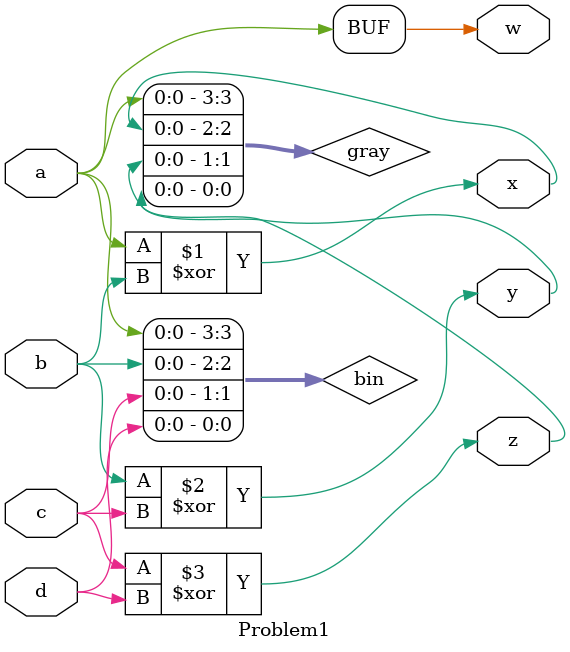
<source format=sv>
module Problem1(
    input  logic a, b, c, d,   // Entradas binarias (mapearás a switches)
    output logic w, x, y, z    // Salidas Gray (mapearás a LEDs)
);

logic [3:0] bin;
logic [3:0] gray;

// Combinar entradas en un vector
assign bin = {a, b, c, d};

// Lógica de conversión binario a Gray
assign gray[3] = bin[3];
assign gray[2] = bin[3] ^ bin[2];
assign gray[1] = bin[2] ^ bin[1];
assign gray[0] = bin[1] ^ bin[0];

// Mapear la salida a cada LED
assign w = gray[3];
assign x = gray[2];
assign y = gray[1];
assign z = gray[0];

endmodule

</source>
